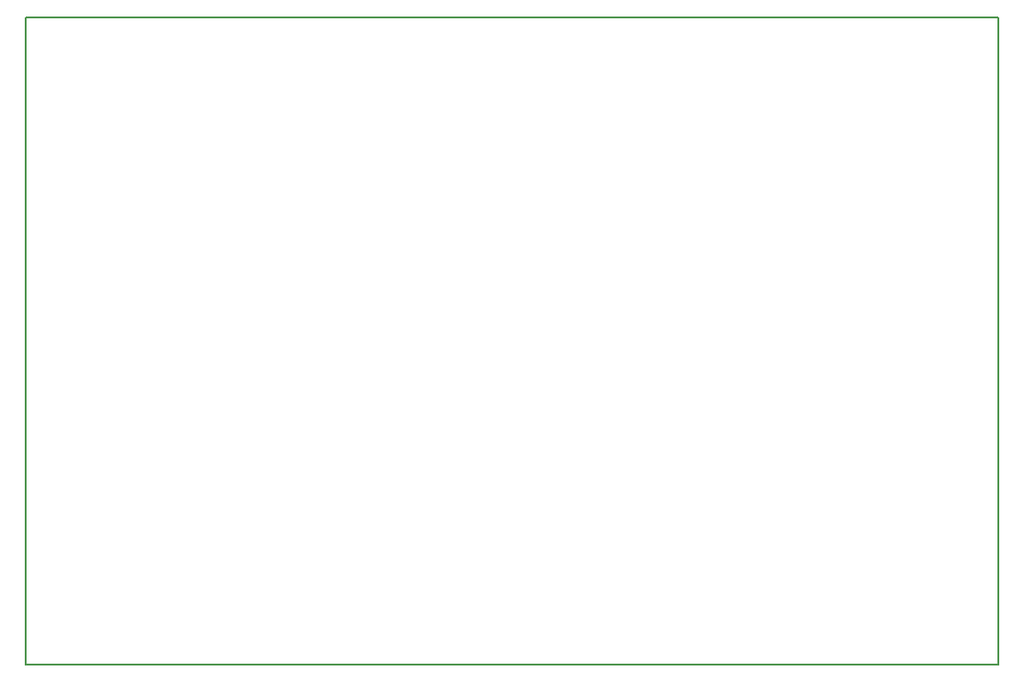
<source format=gm1>
G04 MADE WITH FRITZING*
G04 WWW.FRITZING.ORG*
G04 DOUBLE SIDED*
G04 HOLES PLATED*
G04 CONTOUR ON CENTER OF CONTOUR VECTOR*
%ASAXBY*%
%FSLAX23Y23*%
%MOIN*%
%OFA0B0*%
%SFA1.0B1.0*%
%ADD10R,3.543310X2.362200*%
%ADD11C,0.008000*%
%ADD10C,0.008*%
%LNCONTOUR*%
G90*
G70*
G54D10*
G54D11*
X4Y2358D02*
X3539Y2358D01*
X3539Y4D01*
X4Y4D01*
X4Y2358D01*
D02*
G04 End of contour*
M02*
</source>
